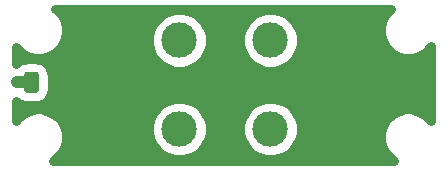
<source format=gbr>
G04 #@! TF.GenerationSoftware,KiCad,Pcbnew,5.1.2-f72e74a~84~ubuntu18.04.1*
G04 #@! TF.CreationDate,2019-09-15T12:12:38+02:00*
G04 #@! TF.ProjectId,Xt30_Hub,58743330-5f48-4756-922e-6b696361645f,rev?*
G04 #@! TF.SameCoordinates,Original*
G04 #@! TF.FileFunction,Copper,L1,Top*
G04 #@! TF.FilePolarity,Positive*
%FSLAX46Y46*%
G04 Gerber Fmt 4.6, Leading zero omitted, Abs format (unit mm)*
G04 Created by KiCad (PCBNEW 5.1.2-f72e74a~84~ubuntu18.04.1) date 2019-09-15 12:12:38*
%MOMM*%
%LPD*%
G04 APERTURE LIST*
%ADD10C,0.100000*%
%ADD11C,1.250000*%
%ADD12C,3.000000*%
%ADD13R,3.000000X3.000000*%
%ADD14C,0.800000*%
%ADD15C,3.000000*%
%ADD16C,1.000000*%
%ADD17C,0.750000*%
G04 APERTURE END LIST*
D10*
G36*
X133114504Y-92471204D02*
G01*
X133138773Y-92474804D01*
X133162571Y-92480765D01*
X133185671Y-92489030D01*
X133207849Y-92499520D01*
X133228893Y-92512133D01*
X133248598Y-92526747D01*
X133266777Y-92543223D01*
X133283253Y-92561402D01*
X133297867Y-92581107D01*
X133310480Y-92602151D01*
X133320970Y-92624329D01*
X133329235Y-92647429D01*
X133335196Y-92671227D01*
X133338796Y-92695496D01*
X133340000Y-92720000D01*
X133340000Y-93970000D01*
X133338796Y-93994504D01*
X133335196Y-94018773D01*
X133329235Y-94042571D01*
X133320970Y-94065671D01*
X133310480Y-94087849D01*
X133297867Y-94108893D01*
X133283253Y-94128598D01*
X133266777Y-94146777D01*
X133248598Y-94163253D01*
X133228893Y-94177867D01*
X133207849Y-94190480D01*
X133185671Y-94200970D01*
X133162571Y-94209235D01*
X133138773Y-94215196D01*
X133114504Y-94218796D01*
X133090000Y-94220000D01*
X132340000Y-94220000D01*
X132315496Y-94218796D01*
X132291227Y-94215196D01*
X132267429Y-94209235D01*
X132244329Y-94200970D01*
X132222151Y-94190480D01*
X132201107Y-94177867D01*
X132181402Y-94163253D01*
X132163223Y-94146777D01*
X132146747Y-94128598D01*
X132132133Y-94108893D01*
X132119520Y-94087849D01*
X132109030Y-94065671D01*
X132100765Y-94042571D01*
X132094804Y-94018773D01*
X132091204Y-93994504D01*
X132090000Y-93970000D01*
X132090000Y-92720000D01*
X132091204Y-92695496D01*
X132094804Y-92671227D01*
X132100765Y-92647429D01*
X132109030Y-92624329D01*
X132119520Y-92602151D01*
X132132133Y-92581107D01*
X132146747Y-92561402D01*
X132163223Y-92543223D01*
X132181402Y-92526747D01*
X132201107Y-92512133D01*
X132222151Y-92499520D01*
X132244329Y-92489030D01*
X132267429Y-92480765D01*
X132291227Y-92474804D01*
X132315496Y-92471204D01*
X132340000Y-92470000D01*
X133090000Y-92470000D01*
X133114504Y-92471204D01*
X133114504Y-92471204D01*
G37*
D11*
X132715000Y-93345000D03*
D10*
G36*
X130314504Y-92471204D02*
G01*
X130338773Y-92474804D01*
X130362571Y-92480765D01*
X130385671Y-92489030D01*
X130407849Y-92499520D01*
X130428893Y-92512133D01*
X130448598Y-92526747D01*
X130466777Y-92543223D01*
X130483253Y-92561402D01*
X130497867Y-92581107D01*
X130510480Y-92602151D01*
X130520970Y-92624329D01*
X130529235Y-92647429D01*
X130535196Y-92671227D01*
X130538796Y-92695496D01*
X130540000Y-92720000D01*
X130540000Y-93970000D01*
X130538796Y-93994504D01*
X130535196Y-94018773D01*
X130529235Y-94042571D01*
X130520970Y-94065671D01*
X130510480Y-94087849D01*
X130497867Y-94108893D01*
X130483253Y-94128598D01*
X130466777Y-94146777D01*
X130448598Y-94163253D01*
X130428893Y-94177867D01*
X130407849Y-94190480D01*
X130385671Y-94200970D01*
X130362571Y-94209235D01*
X130338773Y-94215196D01*
X130314504Y-94218796D01*
X130290000Y-94220000D01*
X129540000Y-94220000D01*
X129515496Y-94218796D01*
X129491227Y-94215196D01*
X129467429Y-94209235D01*
X129444329Y-94200970D01*
X129422151Y-94190480D01*
X129401107Y-94177867D01*
X129381402Y-94163253D01*
X129363223Y-94146777D01*
X129346747Y-94128598D01*
X129332133Y-94108893D01*
X129319520Y-94087849D01*
X129309030Y-94065671D01*
X129300765Y-94042571D01*
X129294804Y-94018773D01*
X129291204Y-93994504D01*
X129290000Y-93970000D01*
X129290000Y-92720000D01*
X129291204Y-92695496D01*
X129294804Y-92671227D01*
X129300765Y-92647429D01*
X129309030Y-92624329D01*
X129319520Y-92602151D01*
X129332133Y-92581107D01*
X129346747Y-92561402D01*
X129363223Y-92543223D01*
X129381402Y-92526747D01*
X129401107Y-92512133D01*
X129422151Y-92499520D01*
X129444329Y-92489030D01*
X129467429Y-92480765D01*
X129491227Y-92474804D01*
X129515496Y-92471204D01*
X129540000Y-92470000D01*
X130290000Y-92470000D01*
X130314504Y-92471204D01*
X130314504Y-92471204D01*
G37*
D11*
X129915000Y-93345000D03*
D12*
X142440201Y-89789801D03*
D13*
X137440201Y-89789801D03*
D12*
X142440201Y-97293801D03*
D13*
X137440201Y-97293801D03*
D12*
X150151201Y-89789801D03*
D13*
X155151201Y-89789801D03*
X155151201Y-97293801D03*
D12*
X150151201Y-97293801D03*
D14*
X128651000Y-93345000D03*
D15*
X137440201Y-89789801D02*
X137440201Y-97293801D01*
X155151201Y-89789801D02*
X155151201Y-97293801D01*
D16*
X128651000Y-93345000D02*
X129915000Y-93345000D01*
D17*
G36*
X160315899Y-87144854D02*
G01*
X159992054Y-87468699D01*
X159737611Y-87849499D01*
X159562348Y-88272622D01*
X159473000Y-88721807D01*
X159473000Y-89179793D01*
X159562348Y-89628978D01*
X159737611Y-90052101D01*
X159992054Y-90432901D01*
X160315899Y-90756746D01*
X160696699Y-91011189D01*
X161119822Y-91186452D01*
X161569007Y-91275800D01*
X162026993Y-91275800D01*
X162476178Y-91186452D01*
X162899301Y-91011189D01*
X163280101Y-90756746D01*
X163603946Y-90432901D01*
X163721001Y-90257717D01*
X163721000Y-96660883D01*
X163603946Y-96485699D01*
X163280101Y-96161854D01*
X162899301Y-95907411D01*
X162476178Y-95732148D01*
X162026993Y-95642800D01*
X161569007Y-95642800D01*
X161119822Y-95732148D01*
X160696699Y-95907411D01*
X160315899Y-96161854D01*
X159992054Y-96485699D01*
X159737611Y-96866499D01*
X159562348Y-97289622D01*
X159473000Y-97738807D01*
X159473000Y-98196793D01*
X159562348Y-98645978D01*
X159737611Y-99069101D01*
X159992054Y-99449901D01*
X160315899Y-99773746D01*
X160605123Y-99967000D01*
X131698077Y-99967000D01*
X131987301Y-99773746D01*
X132311146Y-99449901D01*
X132565589Y-99069101D01*
X132740852Y-98645978D01*
X132830200Y-98196793D01*
X132830200Y-97738807D01*
X132740852Y-97289622D01*
X132637533Y-97040186D01*
X139865201Y-97040186D01*
X139865201Y-97547416D01*
X139964157Y-98044901D01*
X140158266Y-98513521D01*
X140440068Y-98935268D01*
X140798734Y-99293934D01*
X141220481Y-99575736D01*
X141689101Y-99769845D01*
X142186586Y-99868801D01*
X142693816Y-99868801D01*
X143191301Y-99769845D01*
X143659921Y-99575736D01*
X144081668Y-99293934D01*
X144440334Y-98935268D01*
X144722136Y-98513521D01*
X144916245Y-98044901D01*
X145015201Y-97547416D01*
X145015201Y-97040186D01*
X147576201Y-97040186D01*
X147576201Y-97547416D01*
X147675157Y-98044901D01*
X147869266Y-98513521D01*
X148151068Y-98935268D01*
X148509734Y-99293934D01*
X148931481Y-99575736D01*
X149400101Y-99769845D01*
X149897586Y-99868801D01*
X150404816Y-99868801D01*
X150902301Y-99769845D01*
X151370921Y-99575736D01*
X151792668Y-99293934D01*
X152151334Y-98935268D01*
X152433136Y-98513521D01*
X152627245Y-98044901D01*
X152726201Y-97547416D01*
X152726201Y-97040186D01*
X152627245Y-96542701D01*
X152433136Y-96074081D01*
X152151334Y-95652334D01*
X151792668Y-95293668D01*
X151370921Y-95011866D01*
X150902301Y-94817757D01*
X150404816Y-94718801D01*
X149897586Y-94718801D01*
X149400101Y-94817757D01*
X148931481Y-95011866D01*
X148509734Y-95293668D01*
X148151068Y-95652334D01*
X147869266Y-96074081D01*
X147675157Y-96542701D01*
X147576201Y-97040186D01*
X145015201Y-97040186D01*
X144916245Y-96542701D01*
X144722136Y-96074081D01*
X144440334Y-95652334D01*
X144081668Y-95293668D01*
X143659921Y-95011866D01*
X143191301Y-94817757D01*
X142693816Y-94718801D01*
X142186586Y-94718801D01*
X141689101Y-94817757D01*
X141220481Y-95011866D01*
X140798734Y-95293668D01*
X140440068Y-95652334D01*
X140158266Y-96074081D01*
X139964157Y-96542701D01*
X139865201Y-97040186D01*
X132637533Y-97040186D01*
X132565589Y-96866499D01*
X132311146Y-96485699D01*
X131987301Y-96161854D01*
X131606501Y-95907411D01*
X131183378Y-95732148D01*
X130734193Y-95642800D01*
X130276207Y-95642800D01*
X129827022Y-95732148D01*
X129403899Y-95907411D01*
X129023099Y-96161854D01*
X128699254Y-96485699D01*
X128633000Y-96584855D01*
X128633000Y-94938164D01*
X128800980Y-95076022D01*
X129030954Y-95198945D01*
X129280491Y-95274642D01*
X129540000Y-95300201D01*
X130290000Y-95300201D01*
X130549509Y-95274642D01*
X130799046Y-95198945D01*
X131029020Y-95076022D01*
X131230594Y-94910594D01*
X131396022Y-94709020D01*
X131518945Y-94479046D01*
X131594642Y-94229509D01*
X131620201Y-93970000D01*
X131620201Y-92720000D01*
X131594642Y-92460491D01*
X131518945Y-92210954D01*
X131396022Y-91980980D01*
X131230594Y-91779406D01*
X131029020Y-91613978D01*
X130799046Y-91491055D01*
X130549509Y-91415358D01*
X130290000Y-91389799D01*
X129540000Y-91389799D01*
X129280491Y-91415358D01*
X129030954Y-91491055D01*
X128800980Y-91613978D01*
X128633000Y-91751836D01*
X128633000Y-90333745D01*
X128699254Y-90432901D01*
X129023099Y-90756746D01*
X129403899Y-91011189D01*
X129827022Y-91186452D01*
X130276207Y-91275800D01*
X130734193Y-91275800D01*
X131183378Y-91186452D01*
X131606501Y-91011189D01*
X131987301Y-90756746D01*
X132311146Y-90432901D01*
X132565589Y-90052101D01*
X132740852Y-89628978D01*
X132759309Y-89536186D01*
X139865201Y-89536186D01*
X139865201Y-90043416D01*
X139964157Y-90540901D01*
X140158266Y-91009521D01*
X140440068Y-91431268D01*
X140798734Y-91789934D01*
X141220481Y-92071736D01*
X141689101Y-92265845D01*
X142186586Y-92364801D01*
X142693816Y-92364801D01*
X143191301Y-92265845D01*
X143659921Y-92071736D01*
X144081668Y-91789934D01*
X144440334Y-91431268D01*
X144722136Y-91009521D01*
X144916245Y-90540901D01*
X145015201Y-90043416D01*
X145015201Y-89536186D01*
X147576201Y-89536186D01*
X147576201Y-90043416D01*
X147675157Y-90540901D01*
X147869266Y-91009521D01*
X148151068Y-91431268D01*
X148509734Y-91789934D01*
X148931481Y-92071736D01*
X149400101Y-92265845D01*
X149897586Y-92364801D01*
X150404816Y-92364801D01*
X150902301Y-92265845D01*
X151370921Y-92071736D01*
X151792668Y-91789934D01*
X152151334Y-91431268D01*
X152433136Y-91009521D01*
X152627245Y-90540901D01*
X152726201Y-90043416D01*
X152726201Y-89536186D01*
X152627245Y-89038701D01*
X152433136Y-88570081D01*
X152151334Y-88148334D01*
X151792668Y-87789668D01*
X151370921Y-87507866D01*
X150902301Y-87313757D01*
X150404816Y-87214801D01*
X149897586Y-87214801D01*
X149400101Y-87313757D01*
X148931481Y-87507866D01*
X148509734Y-87789668D01*
X148151068Y-88148334D01*
X147869266Y-88570081D01*
X147675157Y-89038701D01*
X147576201Y-89536186D01*
X145015201Y-89536186D01*
X144916245Y-89038701D01*
X144722136Y-88570081D01*
X144440334Y-88148334D01*
X144081668Y-87789668D01*
X143659921Y-87507866D01*
X143191301Y-87313757D01*
X142693816Y-87214801D01*
X142186586Y-87214801D01*
X141689101Y-87313757D01*
X141220481Y-87507866D01*
X140798734Y-87789668D01*
X140440068Y-88148334D01*
X140158266Y-88570081D01*
X139964157Y-89038701D01*
X139865201Y-89536186D01*
X132759309Y-89536186D01*
X132830200Y-89179793D01*
X132830200Y-88721807D01*
X132740852Y-88272622D01*
X132565589Y-87849499D01*
X132311146Y-87468699D01*
X131987301Y-87144854D01*
X131926159Y-87104000D01*
X160377041Y-87104000D01*
X160315899Y-87144854D01*
X160315899Y-87144854D01*
G37*
X160315899Y-87144854D02*
X159992054Y-87468699D01*
X159737611Y-87849499D01*
X159562348Y-88272622D01*
X159473000Y-88721807D01*
X159473000Y-89179793D01*
X159562348Y-89628978D01*
X159737611Y-90052101D01*
X159992054Y-90432901D01*
X160315899Y-90756746D01*
X160696699Y-91011189D01*
X161119822Y-91186452D01*
X161569007Y-91275800D01*
X162026993Y-91275800D01*
X162476178Y-91186452D01*
X162899301Y-91011189D01*
X163280101Y-90756746D01*
X163603946Y-90432901D01*
X163721001Y-90257717D01*
X163721000Y-96660883D01*
X163603946Y-96485699D01*
X163280101Y-96161854D01*
X162899301Y-95907411D01*
X162476178Y-95732148D01*
X162026993Y-95642800D01*
X161569007Y-95642800D01*
X161119822Y-95732148D01*
X160696699Y-95907411D01*
X160315899Y-96161854D01*
X159992054Y-96485699D01*
X159737611Y-96866499D01*
X159562348Y-97289622D01*
X159473000Y-97738807D01*
X159473000Y-98196793D01*
X159562348Y-98645978D01*
X159737611Y-99069101D01*
X159992054Y-99449901D01*
X160315899Y-99773746D01*
X160605123Y-99967000D01*
X131698077Y-99967000D01*
X131987301Y-99773746D01*
X132311146Y-99449901D01*
X132565589Y-99069101D01*
X132740852Y-98645978D01*
X132830200Y-98196793D01*
X132830200Y-97738807D01*
X132740852Y-97289622D01*
X132637533Y-97040186D01*
X139865201Y-97040186D01*
X139865201Y-97547416D01*
X139964157Y-98044901D01*
X140158266Y-98513521D01*
X140440068Y-98935268D01*
X140798734Y-99293934D01*
X141220481Y-99575736D01*
X141689101Y-99769845D01*
X142186586Y-99868801D01*
X142693816Y-99868801D01*
X143191301Y-99769845D01*
X143659921Y-99575736D01*
X144081668Y-99293934D01*
X144440334Y-98935268D01*
X144722136Y-98513521D01*
X144916245Y-98044901D01*
X145015201Y-97547416D01*
X145015201Y-97040186D01*
X147576201Y-97040186D01*
X147576201Y-97547416D01*
X147675157Y-98044901D01*
X147869266Y-98513521D01*
X148151068Y-98935268D01*
X148509734Y-99293934D01*
X148931481Y-99575736D01*
X149400101Y-99769845D01*
X149897586Y-99868801D01*
X150404816Y-99868801D01*
X150902301Y-99769845D01*
X151370921Y-99575736D01*
X151792668Y-99293934D01*
X152151334Y-98935268D01*
X152433136Y-98513521D01*
X152627245Y-98044901D01*
X152726201Y-97547416D01*
X152726201Y-97040186D01*
X152627245Y-96542701D01*
X152433136Y-96074081D01*
X152151334Y-95652334D01*
X151792668Y-95293668D01*
X151370921Y-95011866D01*
X150902301Y-94817757D01*
X150404816Y-94718801D01*
X149897586Y-94718801D01*
X149400101Y-94817757D01*
X148931481Y-95011866D01*
X148509734Y-95293668D01*
X148151068Y-95652334D01*
X147869266Y-96074081D01*
X147675157Y-96542701D01*
X147576201Y-97040186D01*
X145015201Y-97040186D01*
X144916245Y-96542701D01*
X144722136Y-96074081D01*
X144440334Y-95652334D01*
X144081668Y-95293668D01*
X143659921Y-95011866D01*
X143191301Y-94817757D01*
X142693816Y-94718801D01*
X142186586Y-94718801D01*
X141689101Y-94817757D01*
X141220481Y-95011866D01*
X140798734Y-95293668D01*
X140440068Y-95652334D01*
X140158266Y-96074081D01*
X139964157Y-96542701D01*
X139865201Y-97040186D01*
X132637533Y-97040186D01*
X132565589Y-96866499D01*
X132311146Y-96485699D01*
X131987301Y-96161854D01*
X131606501Y-95907411D01*
X131183378Y-95732148D01*
X130734193Y-95642800D01*
X130276207Y-95642800D01*
X129827022Y-95732148D01*
X129403899Y-95907411D01*
X129023099Y-96161854D01*
X128699254Y-96485699D01*
X128633000Y-96584855D01*
X128633000Y-94938164D01*
X128800980Y-95076022D01*
X129030954Y-95198945D01*
X129280491Y-95274642D01*
X129540000Y-95300201D01*
X130290000Y-95300201D01*
X130549509Y-95274642D01*
X130799046Y-95198945D01*
X131029020Y-95076022D01*
X131230594Y-94910594D01*
X131396022Y-94709020D01*
X131518945Y-94479046D01*
X131594642Y-94229509D01*
X131620201Y-93970000D01*
X131620201Y-92720000D01*
X131594642Y-92460491D01*
X131518945Y-92210954D01*
X131396022Y-91980980D01*
X131230594Y-91779406D01*
X131029020Y-91613978D01*
X130799046Y-91491055D01*
X130549509Y-91415358D01*
X130290000Y-91389799D01*
X129540000Y-91389799D01*
X129280491Y-91415358D01*
X129030954Y-91491055D01*
X128800980Y-91613978D01*
X128633000Y-91751836D01*
X128633000Y-90333745D01*
X128699254Y-90432901D01*
X129023099Y-90756746D01*
X129403899Y-91011189D01*
X129827022Y-91186452D01*
X130276207Y-91275800D01*
X130734193Y-91275800D01*
X131183378Y-91186452D01*
X131606501Y-91011189D01*
X131987301Y-90756746D01*
X132311146Y-90432901D01*
X132565589Y-90052101D01*
X132740852Y-89628978D01*
X132759309Y-89536186D01*
X139865201Y-89536186D01*
X139865201Y-90043416D01*
X139964157Y-90540901D01*
X140158266Y-91009521D01*
X140440068Y-91431268D01*
X140798734Y-91789934D01*
X141220481Y-92071736D01*
X141689101Y-92265845D01*
X142186586Y-92364801D01*
X142693816Y-92364801D01*
X143191301Y-92265845D01*
X143659921Y-92071736D01*
X144081668Y-91789934D01*
X144440334Y-91431268D01*
X144722136Y-91009521D01*
X144916245Y-90540901D01*
X145015201Y-90043416D01*
X145015201Y-89536186D01*
X147576201Y-89536186D01*
X147576201Y-90043416D01*
X147675157Y-90540901D01*
X147869266Y-91009521D01*
X148151068Y-91431268D01*
X148509734Y-91789934D01*
X148931481Y-92071736D01*
X149400101Y-92265845D01*
X149897586Y-92364801D01*
X150404816Y-92364801D01*
X150902301Y-92265845D01*
X151370921Y-92071736D01*
X151792668Y-91789934D01*
X152151334Y-91431268D01*
X152433136Y-91009521D01*
X152627245Y-90540901D01*
X152726201Y-90043416D01*
X152726201Y-89536186D01*
X152627245Y-89038701D01*
X152433136Y-88570081D01*
X152151334Y-88148334D01*
X151792668Y-87789668D01*
X151370921Y-87507866D01*
X150902301Y-87313757D01*
X150404816Y-87214801D01*
X149897586Y-87214801D01*
X149400101Y-87313757D01*
X148931481Y-87507866D01*
X148509734Y-87789668D01*
X148151068Y-88148334D01*
X147869266Y-88570081D01*
X147675157Y-89038701D01*
X147576201Y-89536186D01*
X145015201Y-89536186D01*
X144916245Y-89038701D01*
X144722136Y-88570081D01*
X144440334Y-88148334D01*
X144081668Y-87789668D01*
X143659921Y-87507866D01*
X143191301Y-87313757D01*
X142693816Y-87214801D01*
X142186586Y-87214801D01*
X141689101Y-87313757D01*
X141220481Y-87507866D01*
X140798734Y-87789668D01*
X140440068Y-88148334D01*
X140158266Y-88570081D01*
X139964157Y-89038701D01*
X139865201Y-89536186D01*
X132759309Y-89536186D01*
X132830200Y-89179793D01*
X132830200Y-88721807D01*
X132740852Y-88272622D01*
X132565589Y-87849499D01*
X132311146Y-87468699D01*
X131987301Y-87144854D01*
X131926159Y-87104000D01*
X160377041Y-87104000D01*
X160315899Y-87144854D01*
M02*

</source>
